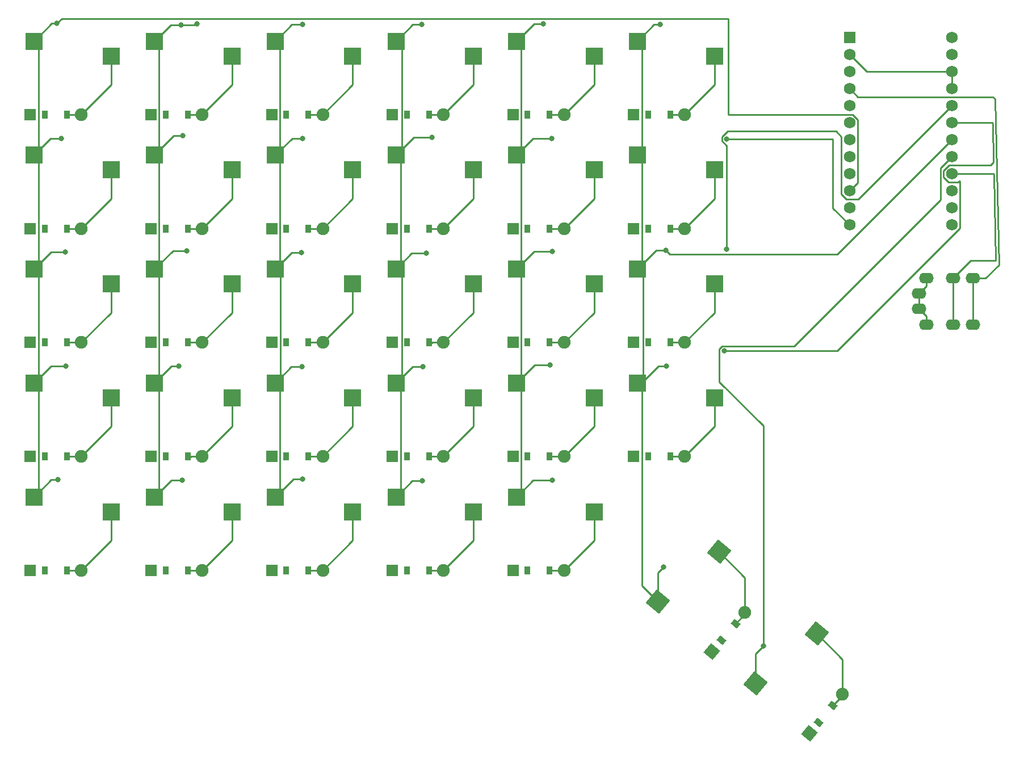
<source format=gbr>
%TF.GenerationSoftware,KiCad,Pcbnew,7.0.7-2.fc38*%
%TF.CreationDate,2023-08-26T22:07:58+08:00*%
%TF.ProjectId,split_keyboard_I,73706c69-745f-46b6-9579-626f6172645f,v1.0.0*%
%TF.SameCoordinates,Original*%
%TF.FileFunction,Copper,L2,Bot*%
%TF.FilePolarity,Positive*%
%FSLAX46Y46*%
G04 Gerber Fmt 4.6, Leading zero omitted, Abs format (unit mm)*
G04 Created by KiCad (PCBNEW 7.0.7-2.fc38) date 2023-08-26 22:07:58*
%MOMM*%
%LPD*%
G01*
G04 APERTURE LIST*
G04 Aperture macros list*
%AMRotRect*
0 Rectangle, with rotation*
0 The origin of the aperture is its center*
0 $1 length*
0 $2 width*
0 $3 Rotation angle, in degrees counterclockwise*
0 Add horizontal line*
21,1,$1,$2,0,0,$3*%
G04 Aperture macros list end*
%TA.AperFunction,SMDPad,CuDef*%
%ADD10R,2.600000X2.600000*%
%TD*%
%TA.AperFunction,ComponentPad*%
%ADD11R,1.778000X1.778000*%
%TD*%
%TA.AperFunction,SMDPad,CuDef*%
%ADD12R,0.900000X1.200000*%
%TD*%
%TA.AperFunction,ComponentPad*%
%ADD13C,1.905000*%
%TD*%
%TA.AperFunction,SMDPad,CuDef*%
%ADD14RotRect,2.600000X2.600000X50.000000*%
%TD*%
%TA.AperFunction,ComponentPad*%
%ADD15O,2.200000X1.600000*%
%TD*%
%TA.AperFunction,ComponentPad*%
%ADD16RotRect,1.778000X1.778000X50.000000*%
%TD*%
%TA.AperFunction,SMDPad,CuDef*%
%ADD17RotRect,0.900000X1.200000X50.000000*%
%TD*%
%TA.AperFunction,ComponentPad*%
%ADD18R,1.752600X1.752600*%
%TD*%
%TA.AperFunction,ComponentPad*%
%ADD19C,1.752600*%
%TD*%
%TA.AperFunction,ViaPad*%
%ADD20C,0.800000*%
%TD*%
%TA.AperFunction,Conductor*%
%ADD21C,0.250000*%
%TD*%
G04 APERTURE END LIST*
D10*
%TO.P,S12,1*%
%TO.N,P10*%
X182725000Y-127050000D03*
%TO.P,S12,2*%
%TO.N,ring_row3*%
X194275000Y-129250000D03*
%TD*%
%TO.P,S27,1*%
%TO.N,P4*%
X236725000Y-110050000D03*
%TO.P,S27,2*%
%TO.N,inner_row2*%
X248275000Y-112250000D03*
%TD*%
%TO.P,S15,1*%
%TO.N,P10*%
X182725000Y-76050000D03*
%TO.P,S15,2*%
%TO.N,ring_number*%
X194275000Y-78250000D03*
%TD*%
D11*
%TO.P,D27,1*%
%TO.N,P19*%
X236190000Y-121000000D03*
D12*
X238350000Y-121000000D03*
%TO.P,D27,2*%
%TO.N,inner_row2*%
X241650000Y-121000000D03*
D13*
X243810000Y-121000000D03*
%TD*%
D11*
%TO.P,D2,1*%
%TO.N,P18*%
X146190000Y-138000000D03*
D12*
X148350000Y-138000000D03*
%TO.P,D2,2*%
%TO.N,outer_row3*%
X151650000Y-138000000D03*
D13*
X153810000Y-138000000D03*
%TD*%
D11*
%TO.P,D23,1*%
%TO.N,P19*%
X218190000Y-121000000D03*
D12*
X220350000Y-121000000D03*
%TO.P,D23,2*%
%TO.N,index_row2*%
X223650000Y-121000000D03*
D13*
X225810000Y-121000000D03*
%TD*%
D11*
%TO.P,D28,1*%
%TO.N,P20*%
X236190000Y-104000000D03*
D12*
X238350000Y-104000000D03*
%TO.P,D28,2*%
%TO.N,inner_row1*%
X241650000Y-104000000D03*
D13*
X243810000Y-104000000D03*
%TD*%
D11*
%TO.P,D10,1*%
%TO.N,P21*%
X164190000Y-87000000D03*
D12*
X166350000Y-87000000D03*
%TO.P,D10,2*%
%TO.N,pinky_number*%
X169650000Y-87000000D03*
D13*
X171810000Y-87000000D03*
%TD*%
D10*
%TO.P,S18,1*%
%TO.N,P2*%
X200725000Y-110050000D03*
%TO.P,S18,2*%
%TO.N,middle_row2*%
X212275000Y-112250000D03*
%TD*%
D11*
%TO.P,D20,1*%
%TO.N,P21*%
X200190000Y-87000000D03*
D12*
X202350000Y-87000000D03*
%TO.P,D20,2*%
%TO.N,middle_number*%
X205650000Y-87000000D03*
D13*
X207810000Y-87000000D03*
%TD*%
D10*
%TO.P,S6,1*%
%TO.N,P16*%
X164725000Y-144050000D03*
%TO.P,S6,2*%
%TO.N,pinky_bottom*%
X176275000Y-146250000D03*
%TD*%
D14*
%TO.P,S30,1*%
%TO.N,P4*%
X239802079Y-159658679D03*
%TO.P,S30,2*%
%TO.N,space_cluster*%
X248911574Y-152224999D03*
%TD*%
%TO.P,S31,1*%
%TO.N,P5*%
X254356924Y-171871644D03*
%TO.P,S31,2*%
%TO.N,layer_cluster*%
X263466419Y-164437964D03*
%TD*%
D11*
%TO.P,D15,1*%
%TO.N,P21*%
X182190000Y-87000000D03*
D12*
X184350000Y-87000000D03*
%TO.P,D15,2*%
%TO.N,ring_number*%
X187650000Y-87000000D03*
D13*
X189810000Y-87000000D03*
%TD*%
D11*
%TO.P,D24,1*%
%TO.N,P20*%
X218190000Y-104000000D03*
D12*
X220350000Y-104000000D03*
%TO.P,D24,2*%
%TO.N,index_row1*%
X223650000Y-104000000D03*
D13*
X225810000Y-104000000D03*
%TD*%
D10*
%TO.P,S16,1*%
%TO.N,P2*%
X200725000Y-144050000D03*
%TO.P,S16,2*%
%TO.N,middle_bottom*%
X212275000Y-146250000D03*
%TD*%
D11*
%TO.P,D6,1*%
%TO.N,P15*%
X164190000Y-155000000D03*
D12*
X166350000Y-155000000D03*
%TO.P,D6,2*%
%TO.N,pinky_bottom*%
X169650000Y-155000000D03*
D13*
X171810000Y-155000000D03*
%TD*%
D10*
%TO.P,S8,1*%
%TO.N,P16*%
X164725000Y-110050000D03*
%TO.P,S8,2*%
%TO.N,pinky_row2*%
X176275000Y-112250000D03*
%TD*%
D15*
%TO.P,TRRS1,1*%
%TO.N,GND*%
X278700000Y-113700000D03*
X278700000Y-116000000D03*
%TO.P,TRRS1,2*%
X279800000Y-111400000D03*
X279800000Y-118300000D03*
%TO.P,TRRS1,3*%
%TO.N,P6*%
X283800000Y-111400000D03*
X283800000Y-118300000D03*
%TO.P,TRRS1,4*%
%TO.N,VCC*%
X286800000Y-111400000D03*
X286800000Y-118300000D03*
%TD*%
D10*
%TO.P,S5,1*%
%TO.N,P14*%
X146725000Y-76050000D03*
%TO.P,S5,2*%
%TO.N,outer_number*%
X158275000Y-78250000D03*
%TD*%
%TO.P,S20,1*%
%TO.N,P2*%
X200725000Y-76050000D03*
%TO.P,S20,2*%
%TO.N,middle_number*%
X212275000Y-78250000D03*
%TD*%
%TO.P,S25,1*%
%TO.N,P3*%
X218725000Y-76050000D03*
%TO.P,S25,2*%
%TO.N,index_number*%
X230275000Y-78250000D03*
%TD*%
%TO.P,S14,1*%
%TO.N,P10*%
X182725000Y-93050000D03*
%TO.P,S14,2*%
%TO.N,ring_row1*%
X194275000Y-95250000D03*
%TD*%
%TO.P,S21,1*%
%TO.N,P3*%
X218725000Y-144050000D03*
%TO.P,S21,2*%
%TO.N,index_bottom*%
X230275000Y-146250000D03*
%TD*%
%TO.P,S29,1*%
%TO.N,P4*%
X236725000Y-76050000D03*
%TO.P,S29,2*%
%TO.N,inner_number*%
X248275000Y-78250000D03*
%TD*%
D11*
%TO.P,D7,1*%
%TO.N,P18*%
X164190000Y-138000000D03*
D12*
X166350000Y-138000000D03*
%TO.P,D7,2*%
%TO.N,pinky_row3*%
X169650000Y-138000000D03*
D13*
X171810000Y-138000000D03*
%TD*%
D10*
%TO.P,S7,1*%
%TO.N,P16*%
X164725000Y-127050000D03*
%TO.P,S7,2*%
%TO.N,pinky_row3*%
X176275000Y-129250000D03*
%TD*%
D11*
%TO.P,D11,1*%
%TO.N,P15*%
X182190000Y-155000000D03*
D12*
X184350000Y-155000000D03*
%TO.P,D11,2*%
%TO.N,ring_bottom*%
X187650000Y-155000000D03*
D13*
X189810000Y-155000000D03*
%TD*%
D11*
%TO.P,D1,1*%
%TO.N,P15*%
X146190000Y-155000000D03*
D12*
X148350000Y-155000000D03*
%TO.P,D1,2*%
%TO.N,outer_bottom*%
X151650000Y-155000000D03*
D13*
X153810000Y-155000000D03*
%TD*%
D10*
%TO.P,S4,1*%
%TO.N,P14*%
X146725000Y-93050000D03*
%TO.P,S4,2*%
%TO.N,outer_row1*%
X158275000Y-95250000D03*
%TD*%
D11*
%TO.P,D25,1*%
%TO.N,P21*%
X218190000Y-87000000D03*
D12*
X220350000Y-87000000D03*
%TO.P,D25,2*%
%TO.N,index_number*%
X223650000Y-87000000D03*
D13*
X225810000Y-87000000D03*
%TD*%
D16*
%TO.P,D30,1*%
%TO.N,P15*%
X247846374Y-167107037D03*
D17*
X249234795Y-165452381D03*
%TO.P,D30,2*%
%TO.N,space_cluster*%
X251355995Y-162924435D03*
D13*
X252744416Y-161269779D03*
%TD*%
D10*
%TO.P,S26,1*%
%TO.N,P4*%
X236725000Y-127050000D03*
%TO.P,S26,2*%
%TO.N,inner_row3*%
X248275000Y-129250000D03*
%TD*%
D11*
%TO.P,D8,1*%
%TO.N,P19*%
X164190000Y-121000000D03*
D12*
X166350000Y-121000000D03*
%TO.P,D8,2*%
%TO.N,pinky_row2*%
X169650000Y-121000000D03*
D13*
X171810000Y-121000000D03*
%TD*%
D10*
%TO.P,S3,1*%
%TO.N,P14*%
X146725000Y-110050000D03*
%TO.P,S3,2*%
%TO.N,outer_row2*%
X158275000Y-112250000D03*
%TD*%
%TO.P,S2,1*%
%TO.N,P14*%
X146725000Y-127050000D03*
%TO.P,S2,2*%
%TO.N,outer_row3*%
X158275000Y-129250000D03*
%TD*%
%TO.P,S23,1*%
%TO.N,P3*%
X218725000Y-110050000D03*
%TO.P,S23,2*%
%TO.N,index_row2*%
X230275000Y-112250000D03*
%TD*%
D11*
%TO.P,D3,1*%
%TO.N,P19*%
X146190000Y-121000000D03*
D12*
X148350000Y-121000000D03*
%TO.P,D3,2*%
%TO.N,outer_row2*%
X151650000Y-121000000D03*
D13*
X153810000Y-121000000D03*
%TD*%
D16*
%TO.P,D31,1*%
%TO.N,P15*%
X262401219Y-179320002D03*
D17*
X263789640Y-177665346D03*
%TO.P,D31,2*%
%TO.N,layer_cluster*%
X265910840Y-175137400D03*
D13*
X267299261Y-173482744D03*
%TD*%
D11*
%TO.P,D16,1*%
%TO.N,P15*%
X200190000Y-155000000D03*
D12*
X202350000Y-155000000D03*
%TO.P,D16,2*%
%TO.N,middle_bottom*%
X205650000Y-155000000D03*
D13*
X207810000Y-155000000D03*
%TD*%
D11*
%TO.P,D14,1*%
%TO.N,P20*%
X182190000Y-104000000D03*
D12*
X184350000Y-104000000D03*
%TO.P,D14,2*%
%TO.N,ring_row1*%
X187650000Y-104000000D03*
D13*
X189810000Y-104000000D03*
%TD*%
D10*
%TO.P,S1,1*%
%TO.N,P14*%
X146725000Y-144050000D03*
%TO.P,S1,2*%
%TO.N,outer_bottom*%
X158275000Y-146250000D03*
%TD*%
%TO.P,S13,1*%
%TO.N,P10*%
X182725000Y-110050000D03*
%TO.P,S13,2*%
%TO.N,ring_row2*%
X194275000Y-112250000D03*
%TD*%
%TO.P,S11,1*%
%TO.N,P10*%
X182725000Y-144050000D03*
%TO.P,S11,2*%
%TO.N,ring_bottom*%
X194275000Y-146250000D03*
%TD*%
%TO.P,S9,1*%
%TO.N,P16*%
X164725000Y-93050000D03*
%TO.P,S9,2*%
%TO.N,pinky_row1*%
X176275000Y-95250000D03*
%TD*%
D11*
%TO.P,D29,1*%
%TO.N,P21*%
X236190000Y-87000000D03*
D12*
X238350000Y-87000000D03*
%TO.P,D29,2*%
%TO.N,inner_number*%
X241650000Y-87000000D03*
D13*
X243810000Y-87000000D03*
%TD*%
D11*
%TO.P,D4,1*%
%TO.N,P20*%
X146190000Y-104000000D03*
D12*
X148350000Y-104000000D03*
%TO.P,D4,2*%
%TO.N,outer_row1*%
X151650000Y-104000000D03*
D13*
X153810000Y-104000000D03*
%TD*%
D11*
%TO.P,D5,1*%
%TO.N,P21*%
X146190000Y-87000000D03*
D12*
X148350000Y-87000000D03*
%TO.P,D5,2*%
%TO.N,outer_number*%
X151650000Y-87000000D03*
D13*
X153810000Y-87000000D03*
%TD*%
D18*
%TO.P,MCU1,1*%
%TO.N,RAW*%
X268380000Y-75530000D03*
D19*
%TO.P,MCU1,2*%
%TO.N,GND*%
X268380000Y-78070000D03*
%TO.P,MCU1,3*%
%TO.N,RST*%
X268380000Y-80610000D03*
%TO.P,MCU1,4*%
%TO.N,VCC*%
X268380000Y-83150000D03*
%TO.P,MCU1,5*%
%TO.N,P21*%
X268380000Y-85690000D03*
%TO.P,MCU1,6*%
%TO.N,P20*%
X268380000Y-88230000D03*
%TO.P,MCU1,7*%
%TO.N,P19*%
X268380000Y-90770000D03*
%TO.P,MCU1,8*%
%TO.N,P18*%
X268380000Y-93310000D03*
%TO.P,MCU1,9*%
%TO.N,P15*%
X268380000Y-95850000D03*
%TO.P,MCU1,10*%
%TO.N,P14*%
X268380000Y-98390000D03*
%TO.P,MCU1,11*%
%TO.N,P16*%
X268380000Y-100930000D03*
%TO.P,MCU1,12*%
%TO.N,P10*%
X268380000Y-103470000D03*
%TO.P,MCU1,13*%
%TO.N,P1*%
X283620000Y-75530000D03*
%TO.P,MCU1,14*%
%TO.N,P0*%
X283620000Y-78070000D03*
%TO.P,MCU1,15*%
%TO.N,GND*%
X283620000Y-80610000D03*
%TO.P,MCU1,16*%
X283620000Y-83150000D03*
%TO.P,MCU1,17*%
%TO.N,P2*%
X283620000Y-85690000D03*
%TO.P,MCU1,18*%
%TO.N,P3*%
X283620000Y-88230000D03*
%TO.P,MCU1,19*%
%TO.N,P4*%
X283620000Y-90770000D03*
%TO.P,MCU1,20*%
%TO.N,P5*%
X283620000Y-93310000D03*
%TO.P,MCU1,21*%
%TO.N,P6*%
X283620000Y-95850000D03*
%TO.P,MCU1,22*%
%TO.N,P7*%
X283620000Y-98390000D03*
%TO.P,MCU1,23*%
%TO.N,P8*%
X283620000Y-100930000D03*
%TO.P,MCU1,24*%
%TO.N,P9*%
X283620000Y-103470000D03*
%TD*%
D10*
%TO.P,S10,1*%
%TO.N,P16*%
X164725000Y-76050000D03*
%TO.P,S10,2*%
%TO.N,pinky_number*%
X176275000Y-78250000D03*
%TD*%
%TO.P,S19,1*%
%TO.N,P2*%
X200725000Y-93050000D03*
%TO.P,S19,2*%
%TO.N,middle_row1*%
X212275000Y-95250000D03*
%TD*%
%TO.P,S22,1*%
%TO.N,P3*%
X218725000Y-127050000D03*
%TO.P,S22,2*%
%TO.N,index_row3*%
X230275000Y-129250000D03*
%TD*%
D11*
%TO.P,D9,1*%
%TO.N,P20*%
X164190000Y-104000000D03*
D12*
X166350000Y-104000000D03*
%TO.P,D9,2*%
%TO.N,pinky_row1*%
X169650000Y-104000000D03*
D13*
X171810000Y-104000000D03*
%TD*%
D10*
%TO.P,S17,1*%
%TO.N,P2*%
X200725000Y-127050000D03*
%TO.P,S17,2*%
%TO.N,middle_row3*%
X212275000Y-129250000D03*
%TD*%
D11*
%TO.P,D19,1*%
%TO.N,P20*%
X200190000Y-104000000D03*
D12*
X202350000Y-104000000D03*
%TO.P,D19,2*%
%TO.N,middle_row1*%
X205650000Y-104000000D03*
D13*
X207810000Y-104000000D03*
%TD*%
D11*
%TO.P,D17,1*%
%TO.N,P18*%
X200190000Y-138000000D03*
D12*
X202350000Y-138000000D03*
%TO.P,D17,2*%
%TO.N,middle_row3*%
X205650000Y-138000000D03*
D13*
X207810000Y-138000000D03*
%TD*%
D11*
%TO.P,D21,1*%
%TO.N,P15*%
X218190000Y-155000000D03*
D12*
X220350000Y-155000000D03*
%TO.P,D21,2*%
%TO.N,index_bottom*%
X223650000Y-155000000D03*
D13*
X225810000Y-155000000D03*
%TD*%
D10*
%TO.P,S28,1*%
%TO.N,P4*%
X236725000Y-93050000D03*
%TO.P,S28,2*%
%TO.N,inner_row1*%
X248275000Y-95250000D03*
%TD*%
D11*
%TO.P,D22,1*%
%TO.N,P18*%
X218190000Y-138000000D03*
D12*
X220350000Y-138000000D03*
%TO.P,D22,2*%
%TO.N,index_row3*%
X223650000Y-138000000D03*
D13*
X225810000Y-138000000D03*
%TD*%
D10*
%TO.P,S24,1*%
%TO.N,P3*%
X218725000Y-93050000D03*
%TO.P,S24,2*%
%TO.N,index_row1*%
X230275000Y-95250000D03*
%TD*%
D11*
%TO.P,D13,1*%
%TO.N,P19*%
X182190000Y-121000000D03*
D12*
X184350000Y-121000000D03*
%TO.P,D13,2*%
%TO.N,ring_row2*%
X187650000Y-121000000D03*
D13*
X189810000Y-121000000D03*
%TD*%
D11*
%TO.P,D26,1*%
%TO.N,P18*%
X236190000Y-138000000D03*
D12*
X238350000Y-138000000D03*
%TO.P,D26,2*%
%TO.N,inner_row3*%
X241650000Y-138000000D03*
D13*
X243810000Y-138000000D03*
%TD*%
D11*
%TO.P,D12,1*%
%TO.N,P18*%
X182190000Y-138000000D03*
D12*
X184350000Y-138000000D03*
%TO.P,D12,2*%
%TO.N,ring_row3*%
X187650000Y-138000000D03*
D13*
X189810000Y-138000000D03*
%TD*%
D11*
%TO.P,D18,1*%
%TO.N,P19*%
X200190000Y-121000000D03*
D12*
X202350000Y-121000000D03*
%TO.P,D18,2*%
%TO.N,middle_row2*%
X205650000Y-121000000D03*
D13*
X207810000Y-121000000D03*
%TD*%
D20*
%TO.N,P14*%
X150800000Y-90600000D03*
X150280000Y-141460000D03*
X151440000Y-107460000D03*
X150170000Y-73380000D03*
X151460000Y-124510000D03*
%TO.N,P16*%
X169540000Y-107290000D03*
X168900000Y-90170000D03*
X168320000Y-124510000D03*
X171070000Y-73424500D03*
X168690000Y-73630000D03*
X168810000Y-141540000D03*
%TO.N,P10*%
X186710000Y-124640000D03*
X186760000Y-90540000D03*
X250045500Y-90620000D03*
X186590000Y-107620000D03*
X186750000Y-73560000D03*
X186790000Y-141350000D03*
%TO.N,P2*%
X204770000Y-124590000D03*
X206130000Y-90420000D03*
X250050000Y-107090000D03*
X204630000Y-141650000D03*
X204600000Y-73560000D03*
X205290000Y-107690000D03*
%TO.N,P3*%
X224040000Y-107400000D03*
X223720000Y-124320000D03*
X223920000Y-90610000D03*
X249700000Y-122270000D03*
X222660000Y-73450000D03*
X224080000Y-141570000D03*
%TO.N,P4*%
X241010000Y-107220000D03*
X240620000Y-154500000D03*
X241090000Y-124480000D03*
X240090000Y-73590000D03*
%TO.N,P5*%
X255520000Y-166270000D03*
%TD*%
D21*
%TO.N,P14*%
X147404000Y-92371000D02*
X146725000Y-93050000D01*
X146725000Y-110050000D02*
X147404000Y-110729000D01*
X150850000Y-72700000D02*
X150170000Y-73380000D01*
X146725000Y-76050000D02*
X149395000Y-73380000D01*
X146725000Y-144050000D02*
X149315000Y-141460000D01*
X146725000Y-76050000D02*
X147404000Y-76729000D01*
X147404000Y-109371000D02*
X146725000Y-110050000D01*
X250280000Y-86990000D02*
X268838895Y-86990000D01*
X146725000Y-110050000D02*
X149315000Y-107460000D01*
X250280000Y-86990000D02*
X250280000Y-72700000D01*
X149315000Y-107460000D02*
X151440000Y-107460000D01*
X250280000Y-72700000D02*
X150850000Y-72700000D01*
X147404000Y-126371000D02*
X146725000Y-127050000D01*
X268838895Y-86990000D02*
X269600000Y-87751105D01*
X269600000Y-97170000D02*
X268380000Y-98390000D01*
X146725000Y-93050000D02*
X149175000Y-90600000D01*
X147430000Y-127755000D02*
X147430000Y-143345000D01*
X147404000Y-110729000D02*
X147404000Y-126371000D01*
X146725000Y-127050000D02*
X147430000Y-127755000D01*
X147404000Y-76729000D02*
X147404000Y-92371000D01*
X149265000Y-124510000D02*
X151460000Y-124510000D01*
X149315000Y-141460000D02*
X150280000Y-141460000D01*
X146725000Y-127050000D02*
X149265000Y-124510000D01*
X149395000Y-73380000D02*
X150170000Y-73380000D01*
X269600000Y-87751105D02*
X269600000Y-97170000D01*
X147430000Y-143345000D02*
X146725000Y-144050000D01*
X147404000Y-93729000D02*
X147404000Y-109371000D01*
X149175000Y-90600000D02*
X150800000Y-90600000D01*
X146725000Y-93050000D02*
X147404000Y-93729000D01*
%TO.N,outer_bottom*%
X158275000Y-146250000D02*
X158275000Y-150535000D01*
X153810000Y-155000000D02*
X151650000Y-155000000D01*
X158275000Y-150535000D02*
X153810000Y-155000000D01*
%TO.N,outer_row3*%
X153810000Y-138000000D02*
X151650000Y-138000000D01*
X158275000Y-133535000D02*
X153810000Y-138000000D01*
X158275000Y-129250000D02*
X158275000Y-133535000D01*
%TO.N,outer_row2*%
X158275000Y-116535000D02*
X153810000Y-121000000D01*
X153810000Y-121000000D02*
X151650000Y-121000000D01*
X158275000Y-112250000D02*
X158275000Y-116535000D01*
%TO.N,outer_row1*%
X153810000Y-104000000D02*
X151650000Y-104000000D01*
X158275000Y-99535000D02*
X153810000Y-104000000D01*
X158275000Y-95250000D02*
X158275000Y-99535000D01*
%TO.N,outer_number*%
X158275000Y-78250000D02*
X158275000Y-82535000D01*
X158275000Y-82535000D02*
X153810000Y-87000000D01*
X153810000Y-87000000D02*
X151650000Y-87000000D01*
%TO.N,P16*%
X164725000Y-110050000D02*
X167485000Y-107290000D01*
X164725000Y-76050000D02*
X167145000Y-73630000D01*
X167605000Y-90170000D02*
X168900000Y-90170000D01*
X164725000Y-127050000D02*
X165404000Y-127729000D01*
X165404000Y-109371000D02*
X164725000Y-110050000D01*
X164725000Y-110050000D02*
X165404000Y-110729000D01*
X164725000Y-76050000D02*
X165404000Y-76729000D01*
X167265000Y-124510000D02*
X168320000Y-124510000D01*
X167145000Y-73630000D02*
X168690000Y-73630000D01*
X165404000Y-76729000D02*
X165404000Y-92371000D01*
X164725000Y-144050000D02*
X167235000Y-141540000D01*
X164725000Y-127050000D02*
X167265000Y-124510000D01*
X164725000Y-93050000D02*
X165404000Y-93729000D01*
X168690000Y-73630000D02*
X170864500Y-73630000D01*
X167235000Y-141540000D02*
X168810000Y-141540000D01*
X165404000Y-110729000D02*
X165404000Y-126371000D01*
X165404000Y-127729000D02*
X165404000Y-143371000D01*
X170864500Y-73630000D02*
X171070000Y-73424500D01*
X167485000Y-107290000D02*
X169540000Y-107290000D01*
X165404000Y-93729000D02*
X165404000Y-109371000D01*
X164725000Y-93050000D02*
X167605000Y-90170000D01*
X165404000Y-92371000D02*
X164725000Y-93050000D01*
X165404000Y-126371000D02*
X164725000Y-127050000D01*
X165404000Y-143371000D02*
X164725000Y-144050000D01*
%TO.N,pinky_bottom*%
X176275000Y-150535000D02*
X171810000Y-155000000D01*
X176275000Y-146250000D02*
X176275000Y-150535000D01*
X171810000Y-155000000D02*
X169650000Y-155000000D01*
%TO.N,pinky_row3*%
X170060000Y-138000000D02*
X169650000Y-138000000D01*
X176275000Y-129250000D02*
X176275000Y-133535000D01*
X176275000Y-133535000D02*
X171810000Y-138000000D01*
X170200000Y-138000000D02*
X170130000Y-138070000D01*
X170130000Y-138070000D02*
X170060000Y-138000000D01*
X171810000Y-138000000D02*
X170200000Y-138000000D01*
%TO.N,pinky_row2*%
X176275000Y-112250000D02*
X176275000Y-116535000D01*
X176275000Y-116535000D02*
X171810000Y-121000000D01*
X171810000Y-121000000D02*
X169650000Y-121000000D01*
%TO.N,pinky_row1*%
X176275000Y-95250000D02*
X176275000Y-99535000D01*
X176275000Y-99535000D02*
X171810000Y-104000000D01*
X171810000Y-104000000D02*
X169650000Y-104000000D01*
%TO.N,pinky_number*%
X176275000Y-82535000D02*
X171810000Y-87000000D01*
X176275000Y-78250000D02*
X176275000Y-82535000D01*
X171810000Y-87000000D02*
X169650000Y-87000000D01*
%TO.N,P10*%
X183404000Y-92371000D02*
X182725000Y-93050000D01*
X182725000Y-144050000D02*
X185425000Y-141350000D01*
X185215000Y-73560000D02*
X186750000Y-73560000D01*
X182725000Y-127050000D02*
X183404000Y-127729000D01*
X183480000Y-126295000D02*
X182725000Y-127050000D01*
X182725000Y-76050000D02*
X183404000Y-76729000D01*
X263600000Y-90660000D02*
X265860000Y-90660000D01*
X183404000Y-127729000D02*
X183404000Y-143371000D01*
X183404000Y-109371000D02*
X182725000Y-110050000D01*
X263560000Y-90620000D02*
X263600000Y-90660000D01*
X183480000Y-110805000D02*
X183480000Y-126295000D01*
X265860000Y-90660000D02*
X265860000Y-100950000D01*
X182725000Y-110050000D02*
X185155000Y-107620000D01*
X182725000Y-93050000D02*
X185235000Y-90540000D01*
X182725000Y-93050000D02*
X183404000Y-93729000D01*
X250045500Y-90620000D02*
X263560000Y-90620000D01*
X183404000Y-93729000D02*
X183404000Y-109371000D01*
X185425000Y-141350000D02*
X186790000Y-141350000D01*
X265860000Y-100950000D02*
X268380000Y-103470000D01*
X183404000Y-143371000D02*
X182725000Y-144050000D01*
X185135000Y-124640000D02*
X186710000Y-124640000D01*
X183404000Y-76729000D02*
X183404000Y-92371000D01*
X185155000Y-107620000D02*
X186590000Y-107620000D01*
X185235000Y-90540000D02*
X186760000Y-90540000D01*
X182725000Y-127050000D02*
X185135000Y-124640000D01*
X182725000Y-76050000D02*
X185215000Y-73560000D01*
X182725000Y-110050000D02*
X183480000Y-110805000D01*
%TO.N,ring_bottom*%
X194275000Y-150535000D02*
X189810000Y-155000000D01*
X189810000Y-155000000D02*
X187650000Y-155000000D01*
X194275000Y-146250000D02*
X194275000Y-150535000D01*
%TO.N,ring_row3*%
X194275000Y-133535000D02*
X189810000Y-138000000D01*
X189810000Y-138000000D02*
X187650000Y-138000000D01*
X194275000Y-129250000D02*
X194275000Y-133535000D01*
%TO.N,ring_row2*%
X189810000Y-121000000D02*
X187650000Y-121000000D01*
X194275000Y-116535000D02*
X189810000Y-121000000D01*
X194275000Y-112250000D02*
X194275000Y-116535000D01*
%TO.N,ring_row1*%
X189810000Y-104000000D02*
X187650000Y-104000000D01*
X194275000Y-99535000D02*
X189810000Y-104000000D01*
X194275000Y-95250000D02*
X194275000Y-99535000D01*
%TO.N,ring_number*%
X189810000Y-87000000D02*
X187650000Y-87000000D01*
X194275000Y-78250000D02*
X194275000Y-82535000D01*
X194275000Y-82535000D02*
X189810000Y-87000000D01*
%TO.N,P2*%
X203355000Y-90420000D02*
X206130000Y-90420000D01*
X249320500Y-90920305D02*
X249320500Y-90319695D01*
X250050000Y-107090000D02*
X250050000Y-91649805D01*
X267178700Y-98887595D02*
X267882405Y-99591300D01*
X200725000Y-110050000D02*
X203085000Y-107690000D01*
X267178700Y-90272405D02*
X267178700Y-98887595D01*
X201575000Y-126200000D02*
X201575000Y-110900000D01*
X249320500Y-90319695D02*
X250208895Y-89431300D01*
X201575000Y-76900000D02*
X200725000Y-76050000D01*
X200725000Y-93050000D02*
X201575000Y-92200000D01*
X250208895Y-89431300D02*
X266337595Y-89431300D01*
X201404000Y-143371000D02*
X200725000Y-144050000D01*
X201404000Y-93729000D02*
X200725000Y-93050000D01*
X200725000Y-127050000D02*
X201575000Y-126200000D01*
X203085000Y-107690000D02*
X205290000Y-107690000D01*
X203125000Y-141650000D02*
X204630000Y-141650000D01*
X201575000Y-92200000D02*
X201575000Y-76900000D01*
X200725000Y-76050000D02*
X203215000Y-73560000D01*
X200725000Y-144050000D02*
X203125000Y-141650000D01*
X269718700Y-99591300D02*
X283620000Y-85690000D01*
X203215000Y-73560000D02*
X204600000Y-73560000D01*
X201404000Y-109371000D02*
X201404000Y-93729000D01*
X201404000Y-127729000D02*
X201404000Y-143371000D01*
X200725000Y-127050000D02*
X201404000Y-127729000D01*
X203185000Y-124590000D02*
X204770000Y-124590000D01*
X200725000Y-127050000D02*
X203185000Y-124590000D01*
X200725000Y-93050000D02*
X203355000Y-90420000D01*
X250050000Y-91649805D02*
X249320500Y-90920305D01*
X266337595Y-89431300D02*
X267178700Y-90272405D01*
X200725000Y-110050000D02*
X201404000Y-109371000D01*
X267882405Y-99591300D02*
X269718700Y-99591300D01*
X201575000Y-110900000D02*
X200725000Y-110050000D01*
%TO.N,middle_bottom*%
X212275000Y-150535000D02*
X207810000Y-155000000D01*
X212275000Y-146250000D02*
X212275000Y-150535000D01*
X207810000Y-155000000D02*
X205650000Y-155000000D01*
%TO.N,middle_row3*%
X212275000Y-133535000D02*
X207810000Y-138000000D01*
X207810000Y-138000000D02*
X205650000Y-138000000D01*
X212275000Y-129250000D02*
X212275000Y-133535000D01*
%TO.N,middle_row2*%
X206150000Y-121000000D02*
X206130000Y-121020000D01*
X212275000Y-112250000D02*
X212275000Y-116535000D01*
X212275000Y-116535000D02*
X207810000Y-121000000D01*
X206130000Y-121020000D02*
X206110000Y-121000000D01*
X207810000Y-121000000D02*
X206150000Y-121000000D01*
X206110000Y-121000000D02*
X205650000Y-121000000D01*
%TO.N,middle_row1*%
X207810000Y-104000000D02*
X205650000Y-104000000D01*
X212275000Y-95250000D02*
X212275000Y-99535000D01*
X212275000Y-99535000D02*
X207810000Y-104000000D01*
%TO.N,middle_number*%
X212275000Y-82535000D02*
X207810000Y-87000000D01*
X212275000Y-78250000D02*
X212275000Y-82535000D01*
X207810000Y-87000000D02*
X205650000Y-87000000D01*
%TO.N,P3*%
X221375000Y-107400000D02*
X224040000Y-107400000D01*
X219404000Y-143371000D02*
X218725000Y-144050000D01*
X218725000Y-76050000D02*
X219404000Y-76729000D01*
X219404000Y-92371000D02*
X218725000Y-93050000D01*
X219404000Y-126371000D02*
X218725000Y-127050000D01*
X289397020Y-94580000D02*
X289847068Y-94129952D01*
X219404000Y-110729000D02*
X219404000Y-126371000D01*
X266518895Y-122270000D02*
X284821300Y-103967595D01*
X284821300Y-103967595D02*
X284821300Y-96941300D01*
X282418700Y-96347595D02*
X282418700Y-95352405D01*
X219404000Y-109371000D02*
X218725000Y-110050000D01*
X283191105Y-94580000D02*
X289397020Y-94580000D01*
X218725000Y-127050000D02*
X219404000Y-127729000D01*
X284760000Y-96880000D02*
X284588700Y-97051300D01*
X219404000Y-93729000D02*
X219404000Y-109371000D01*
X221455000Y-124320000D02*
X223720000Y-124320000D01*
X221165000Y-90610000D02*
X223920000Y-90610000D01*
X249700000Y-122270000D02*
X266518895Y-122270000D01*
X283122405Y-97051300D02*
X282418700Y-96347595D01*
X289712007Y-88254781D02*
X289687226Y-88230000D01*
X218725000Y-144050000D02*
X221205000Y-141570000D01*
X219404000Y-127729000D02*
X219404000Y-143371000D01*
X218725000Y-110050000D02*
X221375000Y-107400000D01*
X289687226Y-88230000D02*
X283620000Y-88230000D01*
X282418700Y-95352405D02*
X283191105Y-94580000D01*
X284821300Y-96941300D02*
X284760000Y-96880000D01*
X218725000Y-76050000D02*
X221325000Y-73450000D01*
X284588700Y-97051300D02*
X283122405Y-97051300D01*
X289847068Y-94129952D02*
X289712007Y-88254781D01*
X218725000Y-93050000D02*
X219404000Y-93729000D01*
X218725000Y-93050000D02*
X221165000Y-90610000D01*
X221205000Y-141570000D02*
X224080000Y-141570000D01*
X218725000Y-127050000D02*
X221455000Y-124320000D01*
X219404000Y-76729000D02*
X219404000Y-92371000D01*
X221325000Y-73450000D02*
X222660000Y-73450000D01*
X218725000Y-110050000D02*
X219404000Y-110729000D01*
%TO.N,index_bottom*%
X225810000Y-155000000D02*
X223650000Y-155000000D01*
X230275000Y-146250000D02*
X230275000Y-150535000D01*
X230275000Y-150535000D02*
X225810000Y-155000000D01*
%TO.N,index_row3*%
X225810000Y-138000000D02*
X223650000Y-138000000D01*
X230275000Y-129250000D02*
X230275000Y-133535000D01*
X230275000Y-133535000D02*
X225810000Y-138000000D01*
%TO.N,index_row2*%
X230275000Y-112250000D02*
X230275000Y-116535000D01*
X230275000Y-116535000D02*
X225810000Y-121000000D01*
X225810000Y-121000000D02*
X223650000Y-121000000D01*
%TO.N,index_row1*%
X225810000Y-104000000D02*
X223650000Y-104000000D01*
X230275000Y-95250000D02*
X230275000Y-99535000D01*
X230275000Y-99535000D02*
X225810000Y-104000000D01*
%TO.N,index_number*%
X230275000Y-82535000D02*
X225810000Y-87000000D01*
X225810000Y-87000000D02*
X223650000Y-87000000D01*
X230275000Y-78250000D02*
X230275000Y-82535000D01*
%TO.N,P4*%
X239185000Y-73590000D02*
X240090000Y-73590000D01*
X237404000Y-127729000D02*
X237404000Y-157260600D01*
X237404000Y-92371000D02*
X236725000Y-93050000D01*
X239802079Y-159658679D02*
X239802079Y-155317921D01*
X237404000Y-109371000D02*
X236725000Y-110050000D01*
X237404000Y-157260600D02*
X239802079Y-159658679D01*
X236725000Y-110050000D02*
X239555000Y-107220000D01*
X239802079Y-155317921D02*
X240620000Y-154500000D01*
X236725000Y-76050000D02*
X239185000Y-73590000D01*
X237404000Y-76729000D02*
X237404000Y-92371000D01*
X236725000Y-110050000D02*
X237575000Y-110900000D01*
X239918350Y-124480000D02*
X241090000Y-124480000D01*
X237575000Y-110900000D02*
X237575000Y-126200000D01*
X236725000Y-127050000D02*
X237404000Y-127729000D01*
X237575000Y-126200000D02*
X236725000Y-127050000D01*
X283620000Y-90770000D02*
X266575000Y-107815000D01*
X236725000Y-93050000D02*
X237404000Y-93729000D01*
X237404000Y-93729000D02*
X237404000Y-109371000D01*
X236725000Y-127050000D02*
X237348350Y-127050000D01*
X266575000Y-107815000D02*
X241605000Y-107815000D01*
X236725000Y-76050000D02*
X237404000Y-76729000D01*
X237348350Y-127050000D02*
X239918350Y-124480000D01*
X241605000Y-107815000D02*
X241010000Y-107220000D01*
X239555000Y-107220000D02*
X241010000Y-107220000D01*
%TO.N,inner_row3*%
X248275000Y-129250000D02*
X248275000Y-133535000D01*
X243810000Y-138000000D02*
X241650000Y-138000000D01*
X248275000Y-133535000D02*
X243810000Y-138000000D01*
%TO.N,inner_row2*%
X243810000Y-121000000D02*
X241650000Y-121000000D01*
X248275000Y-112250000D02*
X248275000Y-116535000D01*
X248275000Y-116535000D02*
X243810000Y-121000000D01*
%TO.N,inner_row1*%
X248275000Y-95250000D02*
X248275000Y-99535000D01*
X243810000Y-104000000D02*
X241650000Y-104000000D01*
X248275000Y-99535000D02*
X243810000Y-104000000D01*
%TO.N,inner_number*%
X248275000Y-82535000D02*
X243810000Y-87000000D01*
X243810000Y-87000000D02*
X241650000Y-87000000D01*
X248275000Y-78250000D02*
X248275000Y-82535000D01*
%TO.N,space_cluster*%
X252744416Y-161536014D02*
X251355995Y-162924435D01*
X248911574Y-152224999D02*
X252744416Y-156057841D01*
X252744416Y-156057841D02*
X252744416Y-161269779D01*
X252744416Y-161269779D02*
X252744416Y-161536014D01*
%TO.N,P5*%
X281968700Y-94961300D02*
X281968700Y-99698701D01*
X248975000Y-121969695D02*
X248975000Y-126885000D01*
X260122401Y-121545000D02*
X249399695Y-121545000D01*
X248975000Y-126885000D02*
X255520000Y-133430000D01*
X254356924Y-167433076D02*
X255520000Y-166270000D01*
X249399695Y-121545000D02*
X248975000Y-121969695D01*
X254356924Y-171871644D02*
X254356924Y-167433076D01*
X283620000Y-93310000D02*
X281968700Y-94961300D01*
X255520000Y-133430000D02*
X255520000Y-166270000D01*
X281968700Y-99698701D02*
X260122401Y-121545000D01*
%TO.N,layer_cluster*%
X263466419Y-164437964D02*
X267299261Y-168270806D01*
X267299261Y-173748979D02*
X265910840Y-175137400D01*
X267299261Y-173482744D02*
X267299261Y-173748979D01*
X267299261Y-168270806D02*
X267299261Y-173482744D01*
%TO.N,GND*%
X270920000Y-80610000D02*
X268380000Y-78070000D01*
X283620000Y-80610000D02*
X270920000Y-80610000D01*
X283620000Y-80610000D02*
X283620000Y-83150000D01*
X279800000Y-117100000D02*
X278700000Y-116000000D01*
X279800000Y-118300000D02*
X279800000Y-117100000D01*
X279800000Y-112600000D02*
X278700000Y-113700000D01*
X279800000Y-111400000D02*
X279800000Y-112600000D01*
X278700000Y-113700000D02*
X278700000Y-116000000D01*
%TO.N,VCC*%
X269581300Y-84351300D02*
X289759103Y-84351300D01*
X290079762Y-84671959D02*
X290649034Y-109435310D01*
X288684344Y-111400000D02*
X286800000Y-111400000D01*
X290649034Y-109435310D02*
X288684344Y-111400000D01*
X286800000Y-111400000D02*
X286800000Y-118300000D01*
X289759103Y-84351300D02*
X290079762Y-84671959D01*
X268380000Y-83150000D02*
X269581300Y-84351300D01*
%TO.N,P6*%
X290183949Y-108784277D02*
X286415723Y-108784277D01*
X286415723Y-108784277D02*
X283800000Y-111400000D01*
X283620000Y-95850000D02*
X289822331Y-95850000D01*
X289822331Y-95850000D02*
X289888121Y-95915790D01*
X289888121Y-95915790D02*
X290183949Y-108784277D01*
X283800000Y-118300000D02*
X283800000Y-111400000D01*
%TD*%
M02*

</source>
